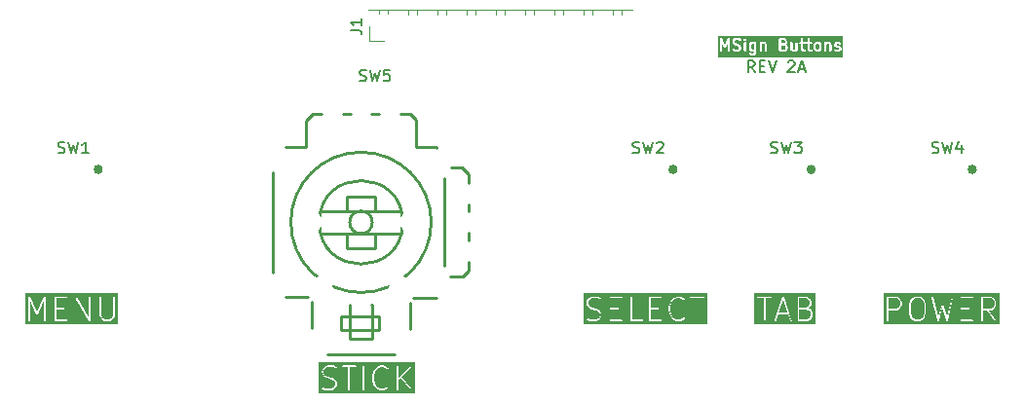
<source format=gto>
%TF.GenerationSoftware,KiCad,Pcbnew,7.0.9-7.0.9~ubuntu23.10.1*%
%TF.CreationDate,2023-12-22T14:56:40-05:00*%
%TF.ProjectId,buttons,62757474-6f6e-4732-9e6b-696361645f70,rev?*%
%TF.SameCoordinates,Original*%
%TF.FileFunction,Legend,Top*%
%TF.FilePolarity,Positive*%
%FSLAX46Y46*%
G04 Gerber Fmt 4.6, Leading zero omitted, Abs format (unit mm)*
G04 Created by KiCad (PCBNEW 7.0.9-7.0.9~ubuntu23.10.1) date 2023-12-22 14:56:40*
%MOMM*%
%LPD*%
G01*
G04 APERTURE LIST*
%ADD10C,0.200000*%
%ADD11C,0.150000*%
%ADD12C,0.400000*%
%ADD13C,0.250000*%
%ADD14C,0.120000*%
%ADD15C,1.448000*%
%ADD16C,1.600000*%
%ADD17R,1.600000X1.600000*%
%ADD18C,1.800000*%
%ADD19C,2.500000*%
%ADD20C,2.200000*%
%ADD21R,1.700000X1.700000*%
%ADD22O,1.700000X1.700000*%
G04 APERTURE END LIST*
D10*
G36*
X169969672Y-94709974D02*
G01*
X169969672Y-95157796D01*
X169950827Y-95167219D01*
X169807565Y-95167219D01*
X169747955Y-95137414D01*
X169723288Y-95112746D01*
X169693482Y-95053134D01*
X169693482Y-94814635D01*
X169723287Y-94755025D01*
X169747955Y-94730356D01*
X169807565Y-94700552D01*
X169950827Y-94700552D01*
X169969672Y-94709974D01*
G37*
G36*
X172634701Y-94878430D02*
G01*
X172654153Y-94897882D01*
X172683958Y-94957492D01*
X172683958Y-95053135D01*
X172654153Y-95112743D01*
X172629484Y-95137413D01*
X172569875Y-95167219D01*
X172312530Y-95167219D01*
X172312530Y-94843409D01*
X172529636Y-94843409D01*
X172634701Y-94878430D01*
G37*
G36*
X172581865Y-94397024D02*
G01*
X172606534Y-94421692D01*
X172636339Y-94481302D01*
X172636339Y-94529326D01*
X172606534Y-94588935D01*
X172581865Y-94613603D01*
X172522256Y-94643409D01*
X172312530Y-94643409D01*
X172312530Y-94367219D01*
X172522256Y-94367219D01*
X172581865Y-94397024D01*
G37*
G36*
X175581866Y-94730357D02*
G01*
X175606535Y-94755025D01*
X175636340Y-94814635D01*
X175636340Y-95053135D01*
X175606535Y-95112743D01*
X175581866Y-95137413D01*
X175522257Y-95167219D01*
X175426614Y-95167219D01*
X175367004Y-95137414D01*
X175342337Y-95112746D01*
X175312531Y-95053134D01*
X175312531Y-94814635D01*
X175342336Y-94755025D01*
X175367004Y-94730356D01*
X175426614Y-94700552D01*
X175522257Y-94700552D01*
X175581866Y-94730357D01*
G37*
G36*
X177693483Y-95843409D02*
G01*
X166826816Y-95843409D01*
X166826816Y-95267219D01*
X166969673Y-95267219D01*
X166988771Y-95325998D01*
X167038771Y-95362325D01*
X167100575Y-95362325D01*
X167150575Y-95325998D01*
X167169673Y-95267219D01*
X167169673Y-94717975D01*
X167312388Y-95023793D01*
X167325482Y-95037826D01*
X167334784Y-95054619D01*
X167346060Y-95059881D01*
X167354551Y-95068981D01*
X167373398Y-95072638D01*
X167390790Y-95080755D01*
X167403003Y-95078384D01*
X167415222Y-95080756D01*
X167432618Y-95072637D01*
X167451461Y-95068981D01*
X167459949Y-95059883D01*
X167471228Y-95054620D01*
X167480531Y-95037825D01*
X167493624Y-95023793D01*
X167636339Y-94717974D01*
X167636339Y-95267219D01*
X167655437Y-95325998D01*
X167705437Y-95362325D01*
X167767241Y-95362325D01*
X167817241Y-95325998D01*
X167836339Y-95267219D01*
X167836339Y-94552933D01*
X168064911Y-94552933D01*
X168072034Y-94574856D01*
X168075468Y-94597654D01*
X168123087Y-94692892D01*
X168134460Y-94704439D01*
X168141819Y-94718882D01*
X168189438Y-94766500D01*
X168203879Y-94773858D01*
X168215428Y-94785233D01*
X168310665Y-94832852D01*
X168321686Y-94834512D01*
X168331133Y-94840423D01*
X168510958Y-94885379D01*
X168581865Y-94920833D01*
X168606534Y-94945501D01*
X168636339Y-95005111D01*
X168636339Y-95053135D01*
X168606534Y-95112743D01*
X168581865Y-95137413D01*
X168522256Y-95167219D01*
X168323994Y-95167219D01*
X168196534Y-95124732D01*
X168134732Y-95124262D01*
X168084458Y-95160209D01*
X168064913Y-95218841D01*
X168083565Y-95277763D01*
X168133288Y-95314468D01*
X168276145Y-95362087D01*
X168292352Y-95362210D01*
X168307768Y-95367219D01*
X168545863Y-95367219D01*
X168567786Y-95360095D01*
X168590584Y-95356662D01*
X168685822Y-95309043D01*
X168697370Y-95297668D01*
X168711812Y-95290310D01*
X168734903Y-95267219D01*
X169064911Y-95267219D01*
X169084009Y-95325998D01*
X169134009Y-95362325D01*
X169195813Y-95362325D01*
X169245813Y-95325998D01*
X169264911Y-95267219D01*
X169264911Y-95076742D01*
X169493482Y-95076742D01*
X169500605Y-95098665D01*
X169504039Y-95121463D01*
X169551658Y-95216701D01*
X169563031Y-95228248D01*
X169570390Y-95242690D01*
X169618008Y-95290310D01*
X169632451Y-95297669D01*
X169643999Y-95309043D01*
X169739236Y-95356662D01*
X169762034Y-95360095D01*
X169783958Y-95367219D01*
X169969672Y-95367219D01*
X169969672Y-95386469D01*
X169939867Y-95446078D01*
X169915198Y-95470746D01*
X169855589Y-95500552D01*
X169759946Y-95500552D01*
X169685822Y-95463490D01*
X169624708Y-95454285D01*
X169569855Y-95482761D01*
X169542216Y-95538040D01*
X169552347Y-95599007D01*
X169596380Y-95642376D01*
X169691617Y-95689995D01*
X169714415Y-95693428D01*
X169736339Y-95700552D01*
X169879196Y-95700552D01*
X169901119Y-95693428D01*
X169923917Y-95689995D01*
X170019155Y-95642376D01*
X170030702Y-95631002D01*
X170045145Y-95623644D01*
X170092763Y-95576025D01*
X170100121Y-95561583D01*
X170111496Y-95550035D01*
X170159115Y-95454798D01*
X170162548Y-95431999D01*
X170169672Y-95410076D01*
X170169672Y-95267219D01*
X170445863Y-95267219D01*
X170464961Y-95325998D01*
X170514961Y-95362325D01*
X170576765Y-95362325D01*
X170626765Y-95325998D01*
X170645863Y-95267219D01*
X170645863Y-94737211D01*
X170652717Y-94730356D01*
X170712327Y-94700552D01*
X170807970Y-94700552D01*
X170852279Y-94722707D01*
X170874434Y-94767016D01*
X170874434Y-95267219D01*
X170893532Y-95325998D01*
X170943532Y-95362325D01*
X171005336Y-95362325D01*
X171055336Y-95325998D01*
X171074434Y-95267219D01*
X172112530Y-95267219D01*
X172117424Y-95282281D01*
X172117424Y-95298121D01*
X172126733Y-95310934D01*
X172131628Y-95325998D01*
X172144441Y-95335307D01*
X172153751Y-95348121D01*
X172168814Y-95353015D01*
X172181628Y-95362325D01*
X172197467Y-95362325D01*
X172212530Y-95367219D01*
X172593482Y-95367219D01*
X172615405Y-95360095D01*
X172638203Y-95356662D01*
X172733441Y-95309043D01*
X172744989Y-95297668D01*
X172759431Y-95290310D01*
X172807050Y-95242690D01*
X172814407Y-95228249D01*
X172825782Y-95216701D01*
X172871952Y-95124361D01*
X173112530Y-95124361D01*
X173119653Y-95146284D01*
X173123087Y-95169082D01*
X173170706Y-95264321D01*
X173171264Y-95264887D01*
X173171395Y-95265674D01*
X173192880Y-95286835D01*
X173214074Y-95308354D01*
X173214861Y-95308484D01*
X173215428Y-95309043D01*
X173310665Y-95356662D01*
X173333463Y-95360095D01*
X173355387Y-95367219D01*
X173498244Y-95367219D01*
X173520167Y-95360095D01*
X173542965Y-95356662D01*
X173578173Y-95339057D01*
X173610199Y-95362325D01*
X173672003Y-95362325D01*
X173722003Y-95325998D01*
X173741101Y-95267219D01*
X173741101Y-94631454D01*
X173879329Y-94631454D01*
X173915656Y-94681454D01*
X173974435Y-94700552D01*
X174017292Y-94700552D01*
X174017292Y-95124361D01*
X174024415Y-95146284D01*
X174027849Y-95169082D01*
X174075468Y-95264321D01*
X174076026Y-95264887D01*
X174076157Y-95265674D01*
X174097642Y-95286835D01*
X174118836Y-95308354D01*
X174119623Y-95308484D01*
X174120190Y-95309043D01*
X174215427Y-95356662D01*
X174238225Y-95360095D01*
X174260149Y-95367219D01*
X174355387Y-95367219D01*
X174414166Y-95348121D01*
X174450493Y-95298121D01*
X174450493Y-95236317D01*
X174414166Y-95186317D01*
X174355387Y-95167219D01*
X174283756Y-95167219D01*
X174239446Y-95145064D01*
X174217292Y-95100754D01*
X174217292Y-94700552D01*
X174355387Y-94700552D01*
X174414166Y-94681454D01*
X174450493Y-94631454D01*
X174450758Y-94631454D01*
X174487085Y-94681454D01*
X174545864Y-94700552D01*
X174588721Y-94700552D01*
X174588721Y-95124361D01*
X174595844Y-95146284D01*
X174599278Y-95169082D01*
X174646897Y-95264321D01*
X174647455Y-95264887D01*
X174647586Y-95265674D01*
X174669071Y-95286835D01*
X174690265Y-95308354D01*
X174691052Y-95308484D01*
X174691619Y-95309043D01*
X174786856Y-95356662D01*
X174809654Y-95360095D01*
X174831578Y-95367219D01*
X174926816Y-95367219D01*
X174985595Y-95348121D01*
X175021922Y-95298121D01*
X175021922Y-95236317D01*
X174985595Y-95186317D01*
X174926816Y-95167219D01*
X174855185Y-95167219D01*
X174810875Y-95145064D01*
X174788721Y-95100754D01*
X174788721Y-95076742D01*
X175112531Y-95076742D01*
X175119654Y-95098665D01*
X175123088Y-95121463D01*
X175170707Y-95216701D01*
X175182080Y-95228248D01*
X175189439Y-95242690D01*
X175237057Y-95290310D01*
X175251500Y-95297669D01*
X175263048Y-95309043D01*
X175358285Y-95356662D01*
X175381083Y-95360095D01*
X175403007Y-95367219D01*
X175545864Y-95367219D01*
X175567787Y-95360095D01*
X175590585Y-95356662D01*
X175685823Y-95309043D01*
X175697371Y-95297668D01*
X175711813Y-95290310D01*
X175734904Y-95267219D01*
X176064912Y-95267219D01*
X176084010Y-95325998D01*
X176134010Y-95362325D01*
X176195814Y-95362325D01*
X176245814Y-95325998D01*
X176264912Y-95267219D01*
X176264912Y-94737211D01*
X176271766Y-94730356D01*
X176331376Y-94700552D01*
X176427019Y-94700552D01*
X176471328Y-94722707D01*
X176493483Y-94767016D01*
X176493483Y-95267219D01*
X176512581Y-95325998D01*
X176562581Y-95362325D01*
X176624385Y-95362325D01*
X176674385Y-95325998D01*
X176693483Y-95267219D01*
X176693483Y-94791028D01*
X176922055Y-94791028D01*
X176929178Y-94812951D01*
X176932612Y-94835749D01*
X176980231Y-94930987D01*
X176980789Y-94931553D01*
X176980920Y-94932340D01*
X177002422Y-94953517D01*
X177023600Y-94975020D01*
X177024386Y-94975150D01*
X177024953Y-94975709D01*
X177120190Y-95023328D01*
X177142988Y-95026761D01*
X177164912Y-95033885D01*
X177284162Y-95033885D01*
X177328471Y-95056040D01*
X177350626Y-95100349D01*
X177350626Y-95100754D01*
X177328471Y-95145063D01*
X177284162Y-95167219D01*
X177140900Y-95167219D01*
X177066776Y-95130157D01*
X177005662Y-95120952D01*
X176950809Y-95149428D01*
X176923170Y-95204707D01*
X176933301Y-95265674D01*
X176977334Y-95309043D01*
X177072571Y-95356662D01*
X177095369Y-95360095D01*
X177117293Y-95367219D01*
X177307769Y-95367219D01*
X177329692Y-95360095D01*
X177352490Y-95356662D01*
X177447728Y-95309043D01*
X177448294Y-95308484D01*
X177449082Y-95308354D01*
X177470275Y-95286835D01*
X177491761Y-95265674D01*
X177491891Y-95264887D01*
X177492450Y-95264321D01*
X177540069Y-95169082D01*
X177543502Y-95146284D01*
X177550626Y-95124361D01*
X177550626Y-95076742D01*
X177543502Y-95054818D01*
X177540069Y-95032020D01*
X177492450Y-94936783D01*
X177491891Y-94936216D01*
X177491761Y-94935430D01*
X177470258Y-94914252D01*
X177449081Y-94892750D01*
X177448294Y-94892619D01*
X177447728Y-94892061D01*
X177352490Y-94844442D01*
X177329692Y-94841008D01*
X177307769Y-94833885D01*
X177188519Y-94833885D01*
X177144210Y-94811730D01*
X177122055Y-94767420D01*
X177122055Y-94767016D01*
X177144210Y-94722706D01*
X177188519Y-94700552D01*
X177284162Y-94700552D01*
X177358285Y-94737614D01*
X177419400Y-94746819D01*
X177474252Y-94718343D01*
X177501892Y-94663064D01*
X177491761Y-94602097D01*
X177447728Y-94558728D01*
X177352490Y-94511109D01*
X177329692Y-94507675D01*
X177307769Y-94500552D01*
X177164912Y-94500552D01*
X177142988Y-94507675D01*
X177120190Y-94511109D01*
X177024953Y-94558728D01*
X177024386Y-94559286D01*
X177023600Y-94559417D01*
X177002422Y-94580919D01*
X176980920Y-94602097D01*
X176980789Y-94602883D01*
X176980231Y-94603450D01*
X176932612Y-94698688D01*
X176929178Y-94721485D01*
X176922055Y-94743409D01*
X176922055Y-94791028D01*
X176693483Y-94791028D01*
X176693483Y-94743409D01*
X176686359Y-94721485D01*
X176682926Y-94698687D01*
X176635307Y-94603450D01*
X176634748Y-94602883D01*
X176634618Y-94602097D01*
X176613115Y-94580919D01*
X176591938Y-94559417D01*
X176591151Y-94559286D01*
X176590585Y-94558728D01*
X176495347Y-94511109D01*
X176472549Y-94507675D01*
X176450626Y-94500552D01*
X176307769Y-94500552D01*
X176285845Y-94507675D01*
X176263047Y-94511109D01*
X176227838Y-94528713D01*
X176195814Y-94505446D01*
X176134010Y-94505446D01*
X176084010Y-94541773D01*
X176064912Y-94600552D01*
X176064912Y-95267219D01*
X175734904Y-95267219D01*
X175759432Y-95242690D01*
X175766789Y-95228249D01*
X175778164Y-95216701D01*
X175825783Y-95121464D01*
X175829216Y-95098665D01*
X175836340Y-95076742D01*
X175836340Y-94791028D01*
X175829216Y-94769104D01*
X175825783Y-94746306D01*
X175778164Y-94651069D01*
X175766789Y-94639520D01*
X175759431Y-94625079D01*
X175711813Y-94577460D01*
X175697370Y-94570101D01*
X175685823Y-94558728D01*
X175590585Y-94511109D01*
X175567787Y-94507675D01*
X175545864Y-94500552D01*
X175403007Y-94500552D01*
X175381083Y-94507675D01*
X175358285Y-94511109D01*
X175263048Y-94558728D01*
X175251499Y-94570102D01*
X175237058Y-94577461D01*
X175189439Y-94625079D01*
X175182080Y-94639521D01*
X175170707Y-94651069D01*
X175123088Y-94746307D01*
X175119654Y-94769104D01*
X175112531Y-94791028D01*
X175112531Y-95076742D01*
X174788721Y-95076742D01*
X174788721Y-94700552D01*
X174926816Y-94700552D01*
X174985595Y-94681454D01*
X175021922Y-94631454D01*
X175021922Y-94569650D01*
X174985595Y-94519650D01*
X174926816Y-94500552D01*
X174788721Y-94500552D01*
X174788721Y-94267219D01*
X174769623Y-94208440D01*
X174719623Y-94172113D01*
X174657819Y-94172113D01*
X174607819Y-94208440D01*
X174588721Y-94267219D01*
X174588721Y-94500552D01*
X174545864Y-94500552D01*
X174487085Y-94519650D01*
X174450758Y-94569650D01*
X174450758Y-94631454D01*
X174450493Y-94631454D01*
X174450493Y-94569650D01*
X174414166Y-94519650D01*
X174355387Y-94500552D01*
X174217292Y-94500552D01*
X174217292Y-94267219D01*
X174198194Y-94208440D01*
X174148194Y-94172113D01*
X174086390Y-94172113D01*
X174036390Y-94208440D01*
X174017292Y-94267219D01*
X174017292Y-94500552D01*
X173974435Y-94500552D01*
X173915656Y-94519650D01*
X173879329Y-94569650D01*
X173879329Y-94631454D01*
X173741101Y-94631454D01*
X173741101Y-94600552D01*
X173722003Y-94541773D01*
X173672003Y-94505446D01*
X173610199Y-94505446D01*
X173560199Y-94541773D01*
X173541101Y-94600552D01*
X173541101Y-95130559D01*
X173534246Y-95137413D01*
X173474637Y-95167219D01*
X173378994Y-95167219D01*
X173334684Y-95145064D01*
X173312530Y-95100754D01*
X173312530Y-94600552D01*
X173293432Y-94541773D01*
X173243432Y-94505446D01*
X173181628Y-94505446D01*
X173131628Y-94541773D01*
X173112530Y-94600552D01*
X173112530Y-95124361D01*
X172871952Y-95124361D01*
X172873401Y-95121464D01*
X172876834Y-95098665D01*
X172883958Y-95076742D01*
X172883958Y-94933885D01*
X172876834Y-94911961D01*
X172873401Y-94889163D01*
X172825782Y-94793926D01*
X172814407Y-94782377D01*
X172807049Y-94767936D01*
X172759431Y-94720317D01*
X172758479Y-94719832D01*
X172759430Y-94718882D01*
X172766788Y-94704440D01*
X172778163Y-94692892D01*
X172825782Y-94597655D01*
X172829215Y-94574856D01*
X172836339Y-94552933D01*
X172836339Y-94457695D01*
X172829215Y-94435771D01*
X172825782Y-94412973D01*
X172778163Y-94317736D01*
X172766788Y-94306187D01*
X172759430Y-94291746D01*
X172711812Y-94244127D01*
X172697369Y-94236768D01*
X172685822Y-94225395D01*
X172590584Y-94177776D01*
X172567786Y-94174342D01*
X172545863Y-94167219D01*
X172212530Y-94167219D01*
X172197467Y-94172113D01*
X172181628Y-94172113D01*
X172168814Y-94181422D01*
X172153751Y-94186317D01*
X172144441Y-94199130D01*
X172131628Y-94208440D01*
X172126733Y-94223503D01*
X172117424Y-94236317D01*
X172117424Y-94252156D01*
X172112530Y-94267219D01*
X172112530Y-95267219D01*
X171074434Y-95267219D01*
X171074434Y-94743409D01*
X171067310Y-94721485D01*
X171063877Y-94698687D01*
X171016258Y-94603450D01*
X171015699Y-94602883D01*
X171015569Y-94602097D01*
X170994066Y-94580919D01*
X170972889Y-94559417D01*
X170972102Y-94559286D01*
X170971536Y-94558728D01*
X170876298Y-94511109D01*
X170853500Y-94507675D01*
X170831577Y-94500552D01*
X170688720Y-94500552D01*
X170666796Y-94507675D01*
X170643998Y-94511109D01*
X170608789Y-94528713D01*
X170576765Y-94505446D01*
X170514961Y-94505446D01*
X170464961Y-94541773D01*
X170445863Y-94600552D01*
X170445863Y-95267219D01*
X170169672Y-95267219D01*
X170169672Y-94600552D01*
X170150574Y-94541773D01*
X170100574Y-94505446D01*
X170038770Y-94505446D01*
X170026156Y-94514609D01*
X170019155Y-94511109D01*
X169996357Y-94507675D01*
X169974434Y-94500552D01*
X169783958Y-94500552D01*
X169762034Y-94507675D01*
X169739236Y-94511109D01*
X169643999Y-94558728D01*
X169632450Y-94570102D01*
X169618009Y-94577461D01*
X169570390Y-94625079D01*
X169563031Y-94639521D01*
X169551658Y-94651069D01*
X169504039Y-94746307D01*
X169500605Y-94769104D01*
X169493482Y-94791028D01*
X169493482Y-95076742D01*
X169264911Y-95076742D01*
X169264911Y-94600552D01*
X169245813Y-94541773D01*
X169195813Y-94505446D01*
X169134009Y-94505446D01*
X169084009Y-94541773D01*
X169064911Y-94600552D01*
X169064911Y-95267219D01*
X168734903Y-95267219D01*
X168759431Y-95242690D01*
X168766788Y-95228249D01*
X168778163Y-95216701D01*
X168825782Y-95121464D01*
X168829215Y-95098665D01*
X168836339Y-95076742D01*
X168836339Y-94981504D01*
X168829215Y-94959580D01*
X168825782Y-94936782D01*
X168778163Y-94841545D01*
X168766788Y-94829996D01*
X168759430Y-94815555D01*
X168711812Y-94767936D01*
X168697369Y-94760577D01*
X168685822Y-94749204D01*
X168590584Y-94701585D01*
X168579562Y-94699924D01*
X168570116Y-94694014D01*
X168390291Y-94649057D01*
X168319384Y-94613604D01*
X168294716Y-94588935D01*
X168264911Y-94529325D01*
X168264911Y-94481302D01*
X168294716Y-94421692D01*
X168319384Y-94397023D01*
X168378994Y-94367219D01*
X168577255Y-94367219D01*
X168704716Y-94409706D01*
X168766518Y-94410176D01*
X168816792Y-94374229D01*
X168831375Y-94330481D01*
X169018523Y-94330481D01*
X169025713Y-94344592D01*
X169028191Y-94360237D01*
X169039390Y-94371436D01*
X169046581Y-94385549D01*
X169094200Y-94433167D01*
X169108311Y-94440357D01*
X169119512Y-94451558D01*
X169127481Y-94452820D01*
X169134009Y-94457563D01*
X169142078Y-94457563D01*
X169149267Y-94461226D01*
X169164910Y-94458748D01*
X169180554Y-94461226D01*
X169187743Y-94457563D01*
X169195813Y-94457563D01*
X169202341Y-94452820D01*
X169210310Y-94451558D01*
X169221509Y-94440358D01*
X169235622Y-94433168D01*
X169283240Y-94385549D01*
X169290430Y-94371437D01*
X169301631Y-94360237D01*
X169304108Y-94344593D01*
X169311299Y-94330482D01*
X169308821Y-94314838D01*
X169311299Y-94299194D01*
X169304108Y-94285082D01*
X169301631Y-94269439D01*
X169290430Y-94258238D01*
X169283240Y-94244127D01*
X169235622Y-94196508D01*
X169221509Y-94189317D01*
X169210310Y-94178118D01*
X169202341Y-94176855D01*
X169195813Y-94172113D01*
X169187743Y-94172113D01*
X169180554Y-94168450D01*
X169164910Y-94170927D01*
X169149267Y-94168450D01*
X169142078Y-94172113D01*
X169134009Y-94172113D01*
X169127481Y-94176855D01*
X169119512Y-94178118D01*
X169108311Y-94189318D01*
X169094200Y-94196509D01*
X169046581Y-94244127D01*
X169039390Y-94258239D01*
X169028191Y-94269439D01*
X169025713Y-94285083D01*
X169018523Y-94299195D01*
X169021000Y-94314838D01*
X169018523Y-94330481D01*
X168831375Y-94330481D01*
X168836336Y-94315597D01*
X168817685Y-94256675D01*
X168767961Y-94219970D01*
X168625105Y-94172351D01*
X168608897Y-94172227D01*
X168593482Y-94167219D01*
X168355387Y-94167219D01*
X168333463Y-94174342D01*
X168310665Y-94177776D01*
X168215428Y-94225395D01*
X168203879Y-94236769D01*
X168189438Y-94244128D01*
X168141819Y-94291746D01*
X168134460Y-94306188D01*
X168123087Y-94317736D01*
X168075468Y-94412974D01*
X168072034Y-94435771D01*
X168064911Y-94457695D01*
X168064911Y-94552933D01*
X167836339Y-94552933D01*
X167836339Y-94267219D01*
X167833310Y-94257896D01*
X167834508Y-94248166D01*
X167823963Y-94229129D01*
X167817241Y-94208440D01*
X167809311Y-94202678D01*
X167804561Y-94194103D01*
X167784842Y-94184900D01*
X167767241Y-94172113D01*
X167757439Y-94172113D01*
X167748555Y-94167967D01*
X167727193Y-94172113D01*
X167705437Y-94172113D01*
X167697507Y-94177874D01*
X167687884Y-94179742D01*
X167673040Y-94195650D01*
X167655437Y-94208440D01*
X167652407Y-94217763D01*
X167645721Y-94224930D01*
X167403005Y-94745033D01*
X167160291Y-94224930D01*
X167153604Y-94217763D01*
X167150575Y-94208440D01*
X167132971Y-94195650D01*
X167118128Y-94179742D01*
X167108505Y-94177874D01*
X167100575Y-94172113D01*
X167078816Y-94172113D01*
X167057457Y-94167968D01*
X167048575Y-94172113D01*
X167038771Y-94172113D01*
X167021166Y-94184903D01*
X167001451Y-94194104D01*
X166996701Y-94202678D01*
X166988771Y-94208440D01*
X166982047Y-94229132D01*
X166971504Y-94248167D01*
X166972701Y-94257897D01*
X166969673Y-94267219D01*
X166969673Y-95267219D01*
X166826816Y-95267219D01*
X166826816Y-94024362D01*
X177693483Y-94024362D01*
X177693483Y-95843409D01*
G37*
D11*
G36*
X165934450Y-119108152D02*
G01*
X155118922Y-119108152D01*
X155118922Y-117318866D01*
X155404636Y-117318866D01*
X155406169Y-117323079D01*
X155405128Y-117327440D01*
X155412554Y-117352407D01*
X155507792Y-117542883D01*
X155508981Y-117544009D01*
X155521841Y-117562375D01*
X155617079Y-117657613D01*
X155618563Y-117658305D01*
X155636571Y-117671662D01*
X155827047Y-117766901D01*
X155830575Y-117767307D01*
X155842398Y-117772580D01*
X156215365Y-117865821D01*
X156387590Y-117951934D01*
X156465616Y-118029960D01*
X156547493Y-118193714D01*
X156547493Y-118348780D01*
X156465615Y-118512534D01*
X156387589Y-118590561D01*
X156223836Y-118672438D01*
X155777520Y-118672438D01*
X155503353Y-118581049D01*
X155452069Y-118582450D01*
X155413684Y-118616487D01*
X155406159Y-118667236D01*
X155433014Y-118710948D01*
X155455919Y-118723351D01*
X155741633Y-118818589D01*
X155743267Y-118818544D01*
X155765350Y-118822438D01*
X156241541Y-118822438D01*
X156245754Y-118820904D01*
X156250115Y-118821946D01*
X156275082Y-118814520D01*
X156409246Y-118747438D01*
X157404636Y-118747438D01*
X157411299Y-118765746D01*
X157414684Y-118784938D01*
X157419868Y-118789288D01*
X157422183Y-118795647D01*
X157439056Y-118805389D01*
X157453984Y-118817915D01*
X157463726Y-118819632D01*
X157466612Y-118821299D01*
X157469894Y-118820720D01*
X157479636Y-118822438D01*
X158432017Y-118822438D01*
X158480226Y-118804891D01*
X158505878Y-118760462D01*
X158503581Y-118747438D01*
X159214160Y-118747438D01*
X159220823Y-118765746D01*
X159224208Y-118784938D01*
X159229392Y-118789288D01*
X159231707Y-118795647D01*
X159248580Y-118805389D01*
X159263508Y-118817915D01*
X159273250Y-118819632D01*
X159276136Y-118821299D01*
X159279418Y-118820720D01*
X159289160Y-118822438D01*
X160241541Y-118822438D01*
X160289750Y-118804891D01*
X160315402Y-118760462D01*
X160313105Y-118747438D01*
X160833208Y-118747438D01*
X160839871Y-118765746D01*
X160843256Y-118784938D01*
X160848440Y-118789288D01*
X160850755Y-118795647D01*
X160867628Y-118805389D01*
X160882556Y-118817915D01*
X160892298Y-118819632D01*
X160895184Y-118821299D01*
X160898466Y-118820720D01*
X160908208Y-118822438D01*
X161860589Y-118822438D01*
X161908798Y-118804891D01*
X161934450Y-118760462D01*
X161925541Y-118709938D01*
X161886241Y-118676961D01*
X161860589Y-118672438D01*
X160983208Y-118672438D01*
X160983208Y-117890295D01*
X162547494Y-117890295D01*
X162548679Y-117893552D01*
X162549733Y-117908485D01*
X162644971Y-118289437D01*
X162646959Y-118292381D01*
X162650650Y-118304788D01*
X162745888Y-118495264D01*
X162747074Y-118496387D01*
X162759937Y-118514756D01*
X162950413Y-118705233D01*
X162954476Y-118707127D01*
X162956824Y-118710949D01*
X162979729Y-118723351D01*
X163265444Y-118818589D01*
X163267078Y-118818544D01*
X163289161Y-118822438D01*
X163479637Y-118822438D01*
X163481175Y-118821877D01*
X163503354Y-118818589D01*
X163789068Y-118723351D01*
X163792580Y-118720563D01*
X163797047Y-118720173D01*
X163818384Y-118705233D01*
X163913623Y-118609993D01*
X163935304Y-118563497D01*
X163922026Y-118513942D01*
X163880000Y-118484516D01*
X163828893Y-118488987D01*
X163807556Y-118503928D01*
X163724836Y-118586648D01*
X163467467Y-118672438D01*
X163301331Y-118672438D01*
X163043960Y-118586648D01*
X162874609Y-118417296D01*
X162788496Y-118245071D01*
X162697494Y-117881061D01*
X162697494Y-117613814D01*
X162788496Y-117249804D01*
X162874609Y-117077579D01*
X163043959Y-116908228D01*
X163301331Y-116822438D01*
X163467467Y-116822438D01*
X163724837Y-116908228D01*
X163807556Y-116990947D01*
X163854053Y-117012628D01*
X163903607Y-116999351D01*
X163933034Y-116957326D01*
X163928563Y-116906218D01*
X163913622Y-116884881D01*
X163818384Y-116789643D01*
X163814319Y-116787747D01*
X163811973Y-116783928D01*
X163789068Y-116771525D01*
X163677735Y-116734414D01*
X164358157Y-116734414D01*
X164367066Y-116784938D01*
X164406366Y-116817915D01*
X164432018Y-116822438D01*
X164928446Y-116822438D01*
X164928446Y-118747438D01*
X164945993Y-118795647D01*
X164990422Y-118821299D01*
X165040946Y-118812390D01*
X165073923Y-118773090D01*
X165078446Y-118747438D01*
X165078446Y-116822438D01*
X165574875Y-116822438D01*
X165623084Y-116804891D01*
X165648736Y-116760462D01*
X165639827Y-116709938D01*
X165600527Y-116676961D01*
X165574875Y-116672438D01*
X164432018Y-116672438D01*
X164383809Y-116689985D01*
X164358157Y-116734414D01*
X163677735Y-116734414D01*
X163503354Y-116676287D01*
X163501719Y-116676331D01*
X163479637Y-116672438D01*
X163289161Y-116672438D01*
X163287622Y-116672998D01*
X163265444Y-116676287D01*
X162979729Y-116771525D01*
X162976218Y-116774311D01*
X162971750Y-116774702D01*
X162950413Y-116789643D01*
X162759937Y-116980119D01*
X162759244Y-116981603D01*
X162745888Y-116999611D01*
X162650650Y-117190087D01*
X162650243Y-117193615D01*
X162644971Y-117205438D01*
X162549733Y-117586390D01*
X162550093Y-117589838D01*
X162547494Y-117604580D01*
X162547494Y-117890295D01*
X160983208Y-117890295D01*
X160983208Y-117774819D01*
X161574875Y-117774819D01*
X161623084Y-117757272D01*
X161648736Y-117712843D01*
X161639827Y-117662319D01*
X161600527Y-117629342D01*
X161574875Y-117624819D01*
X160983208Y-117624819D01*
X160983208Y-116822438D01*
X161860589Y-116822438D01*
X161908798Y-116804891D01*
X161934450Y-116760462D01*
X161925541Y-116709938D01*
X161886241Y-116676961D01*
X161860589Y-116672438D01*
X160908208Y-116672438D01*
X160889899Y-116679101D01*
X160870708Y-116682486D01*
X160866357Y-116687670D01*
X160859999Y-116689985D01*
X160850256Y-116706858D01*
X160837731Y-116721786D01*
X160836013Y-116731528D01*
X160834347Y-116734414D01*
X160834925Y-116737696D01*
X160833208Y-116747438D01*
X160833208Y-118747438D01*
X160313105Y-118747438D01*
X160306493Y-118709938D01*
X160267193Y-118676961D01*
X160241541Y-118672438D01*
X159364160Y-118672438D01*
X159364160Y-116747438D01*
X159346613Y-116699229D01*
X159302184Y-116673577D01*
X159251660Y-116682486D01*
X159218683Y-116721786D01*
X159214160Y-116747438D01*
X159214160Y-118747438D01*
X158503581Y-118747438D01*
X158496969Y-118709938D01*
X158457669Y-118676961D01*
X158432017Y-118672438D01*
X157554636Y-118672438D01*
X157554636Y-117774819D01*
X158146303Y-117774819D01*
X158194512Y-117757272D01*
X158220164Y-117712843D01*
X158211255Y-117662319D01*
X158171955Y-117629342D01*
X158146303Y-117624819D01*
X157554636Y-117624819D01*
X157554636Y-116822438D01*
X158432017Y-116822438D01*
X158480226Y-116804891D01*
X158505878Y-116760462D01*
X158496969Y-116709938D01*
X158457669Y-116676961D01*
X158432017Y-116672438D01*
X157479636Y-116672438D01*
X157461327Y-116679101D01*
X157442136Y-116682486D01*
X157437785Y-116687670D01*
X157431427Y-116689985D01*
X157421684Y-116706858D01*
X157409159Y-116721786D01*
X157407441Y-116731528D01*
X157405775Y-116734414D01*
X157406353Y-116737696D01*
X157404636Y-116747438D01*
X157404636Y-118747438D01*
X156409246Y-118747438D01*
X156465558Y-118719282D01*
X156466684Y-118718092D01*
X156485050Y-118705233D01*
X156580289Y-118609993D01*
X156580980Y-118608510D01*
X156594337Y-118590502D01*
X156689575Y-118400026D01*
X156690087Y-118395572D01*
X156692970Y-118392137D01*
X156697493Y-118366485D01*
X156697493Y-118176009D01*
X156695959Y-118171797D01*
X156697002Y-118167435D01*
X156689575Y-118142468D01*
X156594337Y-117951992D01*
X156593150Y-117950868D01*
X156580288Y-117932500D01*
X156485050Y-117837262D01*
X156483565Y-117836569D01*
X156465558Y-117823213D01*
X156275082Y-117727975D01*
X156271553Y-117727568D01*
X156259731Y-117722296D01*
X155886764Y-117629054D01*
X155714539Y-117542941D01*
X155636513Y-117464915D01*
X155554636Y-117301161D01*
X155554636Y-117146095D01*
X155636513Y-116982341D01*
X155714539Y-116904315D01*
X155878293Y-116822438D01*
X156324609Y-116822438D01*
X156598776Y-116913827D01*
X156650060Y-116912426D01*
X156688445Y-116878389D01*
X156695970Y-116827640D01*
X156669115Y-116783928D01*
X156646210Y-116771525D01*
X156360496Y-116676287D01*
X156358861Y-116676331D01*
X156336779Y-116672438D01*
X155860588Y-116672438D01*
X155856376Y-116673971D01*
X155852014Y-116672929D01*
X155827047Y-116680356D01*
X155636571Y-116775594D01*
X155635447Y-116776780D01*
X155617079Y-116789643D01*
X155521841Y-116884881D01*
X155521148Y-116886365D01*
X155507792Y-116904373D01*
X155412554Y-117094849D01*
X155412041Y-117099302D01*
X155409159Y-117102738D01*
X155404636Y-117128390D01*
X155404636Y-117318866D01*
X155118922Y-117318866D01*
X155118922Y-116386724D01*
X165934450Y-116386724D01*
X165934450Y-119108152D01*
G37*
G36*
X174724837Y-117860609D02*
G01*
X174798950Y-117934722D01*
X174880827Y-118098476D01*
X174880827Y-118348780D01*
X174798949Y-118512534D01*
X174720923Y-118590561D01*
X174557170Y-118672438D01*
X173887970Y-118672438D01*
X173887970Y-117774819D01*
X174467467Y-117774819D01*
X174724837Y-117860609D01*
G37*
G36*
X174625686Y-116904315D02*
G01*
X174703712Y-116982341D01*
X174785589Y-117146095D01*
X174785589Y-117301161D01*
X174703712Y-117464915D01*
X174625685Y-117542941D01*
X174461932Y-117624819D01*
X173887970Y-117624819D01*
X173887970Y-116822438D01*
X174461932Y-116822438D01*
X174625686Y-116904315D01*
G37*
G36*
X172851770Y-118101009D02*
G01*
X172107503Y-118101009D01*
X172479636Y-116984608D01*
X172851770Y-118101009D01*
G37*
G36*
X175316541Y-119108152D02*
G01*
X169929585Y-119108152D01*
X169929585Y-116734414D01*
X170215299Y-116734414D01*
X170224208Y-116784938D01*
X170263508Y-116817915D01*
X170289160Y-116822438D01*
X170785588Y-116822438D01*
X170785588Y-118747438D01*
X170803135Y-118795647D01*
X170847564Y-118821299D01*
X170898088Y-118812390D01*
X170931065Y-118773090D01*
X170935588Y-118747438D01*
X170935588Y-118723721D01*
X171741819Y-118723721D01*
X171743220Y-118775005D01*
X171777257Y-118813390D01*
X171828006Y-118820915D01*
X171871718Y-118794060D01*
X171884121Y-118771155D01*
X172057503Y-118251009D01*
X172901770Y-118251009D01*
X173075152Y-118771155D01*
X173107043Y-118811341D01*
X173157304Y-118821627D01*
X173202418Y-118797198D01*
X173221275Y-118749487D01*
X173220971Y-118747438D01*
X173737970Y-118747438D01*
X173744633Y-118765746D01*
X173748018Y-118784938D01*
X173753202Y-118789288D01*
X173755517Y-118795647D01*
X173772390Y-118805389D01*
X173787318Y-118817915D01*
X173797060Y-118819632D01*
X173799946Y-118821299D01*
X173803228Y-118820720D01*
X173812970Y-118822438D01*
X174574875Y-118822438D01*
X174579088Y-118820904D01*
X174583449Y-118821946D01*
X174608416Y-118814520D01*
X174798892Y-118719282D01*
X174800018Y-118718092D01*
X174818384Y-118705233D01*
X174913623Y-118609993D01*
X174914314Y-118608510D01*
X174927671Y-118590502D01*
X175022909Y-118400026D01*
X175023421Y-118395572D01*
X175026304Y-118392137D01*
X175030827Y-118366485D01*
X175030827Y-118080771D01*
X175029293Y-118076559D01*
X175030336Y-118072197D01*
X175022909Y-118047230D01*
X174927671Y-117856754D01*
X174926484Y-117855630D01*
X174913622Y-117837262D01*
X174818384Y-117742024D01*
X174814319Y-117740128D01*
X174811973Y-117736309D01*
X174789068Y-117723906D01*
X174675126Y-117685925D01*
X174703654Y-117671662D01*
X174704779Y-117670472D01*
X174723146Y-117657613D01*
X174818384Y-117562375D01*
X174819074Y-117560893D01*
X174832433Y-117542883D01*
X174927671Y-117352407D01*
X174928183Y-117347953D01*
X174931066Y-117344518D01*
X174935589Y-117318866D01*
X174935589Y-117128390D01*
X174934055Y-117124178D01*
X174935098Y-117119816D01*
X174927671Y-117094849D01*
X174832433Y-116904373D01*
X174831246Y-116903249D01*
X174818384Y-116884881D01*
X174723146Y-116789643D01*
X174721661Y-116788950D01*
X174703654Y-116775594D01*
X174513178Y-116680356D01*
X174508724Y-116679843D01*
X174505289Y-116676961D01*
X174479637Y-116672438D01*
X173812970Y-116672438D01*
X173794661Y-116679101D01*
X173775470Y-116682486D01*
X173771119Y-116687670D01*
X173764761Y-116689985D01*
X173755018Y-116706858D01*
X173742493Y-116721786D01*
X173740775Y-116731528D01*
X173739109Y-116734414D01*
X173739687Y-116737696D01*
X173737970Y-116747438D01*
X173737970Y-118747438D01*
X173220971Y-118747438D01*
X173217454Y-118723721D01*
X172550787Y-116723721D01*
X172549444Y-116722029D01*
X172549386Y-116719871D01*
X172533636Y-116702109D01*
X172518896Y-116683535D01*
X172516782Y-116683102D01*
X172515349Y-116681486D01*
X172491870Y-116678004D01*
X172468635Y-116673249D01*
X172466736Y-116674276D01*
X172464600Y-116673960D01*
X172444378Y-116686383D01*
X172423521Y-116697678D01*
X172422727Y-116699685D01*
X172420888Y-116700816D01*
X172408485Y-116723721D01*
X171741819Y-118723721D01*
X170935588Y-118723721D01*
X170935588Y-116822438D01*
X171432017Y-116822438D01*
X171480226Y-116804891D01*
X171505878Y-116760462D01*
X171496969Y-116709938D01*
X171457669Y-116676961D01*
X171432017Y-116672438D01*
X170289160Y-116672438D01*
X170240951Y-116689985D01*
X170215299Y-116734414D01*
X169929585Y-116734414D01*
X169929585Y-116386724D01*
X175316541Y-116386724D01*
X175316541Y-119108152D01*
G37*
X170008207Y-97169819D02*
X169674874Y-96693628D01*
X169436779Y-97169819D02*
X169436779Y-96169819D01*
X169436779Y-96169819D02*
X169817731Y-96169819D01*
X169817731Y-96169819D02*
X169912969Y-96217438D01*
X169912969Y-96217438D02*
X169960588Y-96265057D01*
X169960588Y-96265057D02*
X170008207Y-96360295D01*
X170008207Y-96360295D02*
X170008207Y-96503152D01*
X170008207Y-96503152D02*
X169960588Y-96598390D01*
X169960588Y-96598390D02*
X169912969Y-96646009D01*
X169912969Y-96646009D02*
X169817731Y-96693628D01*
X169817731Y-96693628D02*
X169436779Y-96693628D01*
X170436779Y-96646009D02*
X170770112Y-96646009D01*
X170912969Y-97169819D02*
X170436779Y-97169819D01*
X170436779Y-97169819D02*
X170436779Y-96169819D01*
X170436779Y-96169819D02*
X170912969Y-96169819D01*
X171198684Y-96169819D02*
X171532017Y-97169819D01*
X171532017Y-97169819D02*
X171865350Y-96169819D01*
X172912970Y-96265057D02*
X172960589Y-96217438D01*
X172960589Y-96217438D02*
X173055827Y-96169819D01*
X173055827Y-96169819D02*
X173293922Y-96169819D01*
X173293922Y-96169819D02*
X173389160Y-96217438D01*
X173389160Y-96217438D02*
X173436779Y-96265057D01*
X173436779Y-96265057D02*
X173484398Y-96360295D01*
X173484398Y-96360295D02*
X173484398Y-96455533D01*
X173484398Y-96455533D02*
X173436779Y-96598390D01*
X173436779Y-96598390D02*
X172865351Y-97169819D01*
X172865351Y-97169819D02*
X173484398Y-97169819D01*
X173865351Y-96884104D02*
X174341541Y-96884104D01*
X173770113Y-97169819D02*
X174103446Y-96169819D01*
X174103446Y-96169819D02*
X174436779Y-97169819D01*
G36*
X114676973Y-119108152D02*
G01*
X106622212Y-119108152D01*
X106622212Y-118747438D01*
X106907926Y-118747438D01*
X106925473Y-118795647D01*
X106969902Y-118821299D01*
X107020426Y-118812390D01*
X107053403Y-118773090D01*
X107057926Y-118747438D01*
X107057926Y-117085505D01*
X107581629Y-118207726D01*
X107595395Y-118221484D01*
X107606556Y-118237433D01*
X107613115Y-118239192D01*
X107617917Y-118243991D01*
X107637304Y-118245681D01*
X107656108Y-118250726D01*
X107662262Y-118247858D01*
X107669026Y-118248448D01*
X107684966Y-118237279D01*
X107702610Y-118229058D01*
X107708309Y-118220923D01*
X107711042Y-118219009D01*
X107711901Y-118215796D01*
X107717557Y-118207725D01*
X108241259Y-117085506D01*
X108241259Y-118747438D01*
X108258806Y-118795647D01*
X108303235Y-118821299D01*
X108353759Y-118812390D01*
X108386736Y-118773090D01*
X108391259Y-118747438D01*
X109193640Y-118747438D01*
X109200303Y-118765746D01*
X109203688Y-118784938D01*
X109208872Y-118789288D01*
X109211187Y-118795647D01*
X109228060Y-118805389D01*
X109242988Y-118817915D01*
X109252730Y-118819632D01*
X109255616Y-118821299D01*
X109258898Y-118820720D01*
X109268640Y-118822438D01*
X110221021Y-118822438D01*
X110269230Y-118804891D01*
X110294882Y-118760462D01*
X110292585Y-118747438D01*
X111003164Y-118747438D01*
X111020711Y-118795647D01*
X111065140Y-118821299D01*
X111115664Y-118812390D01*
X111148641Y-118773090D01*
X111153164Y-118747438D01*
X111153164Y-117029854D01*
X112155903Y-118784648D01*
X112161195Y-118789129D01*
X112163568Y-118795647D01*
X112180307Y-118805311D01*
X112195056Y-118817800D01*
X112201990Y-118817830D01*
X112207997Y-118821299D01*
X112227030Y-118817942D01*
X112246358Y-118818029D01*
X112251691Y-118813594D01*
X112258521Y-118812390D01*
X112270945Y-118797583D01*
X112285805Y-118785227D01*
X112287039Y-118778403D01*
X112291498Y-118773090D01*
X112296021Y-118747438D01*
X112296021Y-118366485D01*
X113098402Y-118366485D01*
X113099935Y-118370698D01*
X113098894Y-118375059D01*
X113106320Y-118400026D01*
X113201558Y-118590502D01*
X113202744Y-118591625D01*
X113215607Y-118609994D01*
X113310845Y-118705233D01*
X113312327Y-118705924D01*
X113330337Y-118719282D01*
X113520813Y-118814520D01*
X113525266Y-118815032D01*
X113528702Y-118817915D01*
X113554354Y-118822438D01*
X113935307Y-118822438D01*
X113939520Y-118820904D01*
X113943881Y-118821946D01*
X113968848Y-118814520D01*
X114159324Y-118719282D01*
X114160450Y-118718092D01*
X114178816Y-118705233D01*
X114274055Y-118609993D01*
X114274746Y-118608510D01*
X114288103Y-118590502D01*
X114383341Y-118400026D01*
X114383853Y-118395572D01*
X114386736Y-118392137D01*
X114391259Y-118366485D01*
X114391259Y-116747438D01*
X114373712Y-116699229D01*
X114329283Y-116673577D01*
X114278759Y-116682486D01*
X114245782Y-116721786D01*
X114241259Y-116747438D01*
X114241259Y-118348780D01*
X114159381Y-118512534D01*
X114081355Y-118590561D01*
X113917602Y-118672438D01*
X113572059Y-118672438D01*
X113408305Y-118590561D01*
X113330279Y-118512534D01*
X113248402Y-118348780D01*
X113248402Y-116747438D01*
X113230855Y-116699229D01*
X113186426Y-116673577D01*
X113135902Y-116682486D01*
X113102925Y-116721786D01*
X113098402Y-116747438D01*
X113098402Y-118366485D01*
X112296021Y-118366485D01*
X112296021Y-116747438D01*
X112278474Y-116699229D01*
X112234045Y-116673577D01*
X112183521Y-116682486D01*
X112150544Y-116721786D01*
X112146021Y-116747438D01*
X112146021Y-118465020D01*
X111143282Y-116710228D01*
X111137989Y-116705746D01*
X111135617Y-116699229D01*
X111118877Y-116689564D01*
X111104129Y-116677076D01*
X111097194Y-116677045D01*
X111091188Y-116673577D01*
X111072154Y-116676933D01*
X111052827Y-116676847D01*
X111047493Y-116681281D01*
X111040664Y-116682486D01*
X111028239Y-116697292D01*
X111013380Y-116709649D01*
X111012145Y-116716472D01*
X111007687Y-116721786D01*
X111003164Y-116747438D01*
X111003164Y-118747438D01*
X110292585Y-118747438D01*
X110285973Y-118709938D01*
X110246673Y-118676961D01*
X110221021Y-118672438D01*
X109343640Y-118672438D01*
X109343640Y-117774819D01*
X109935307Y-117774819D01*
X109983516Y-117757272D01*
X110009168Y-117712843D01*
X110000259Y-117662319D01*
X109960959Y-117629342D01*
X109935307Y-117624819D01*
X109343640Y-117624819D01*
X109343640Y-116822438D01*
X110221021Y-116822438D01*
X110269230Y-116804891D01*
X110294882Y-116760462D01*
X110285973Y-116709938D01*
X110246673Y-116676961D01*
X110221021Y-116672438D01*
X109268640Y-116672438D01*
X109250331Y-116679101D01*
X109231140Y-116682486D01*
X109226789Y-116687670D01*
X109220431Y-116689985D01*
X109210688Y-116706858D01*
X109198163Y-116721786D01*
X109196445Y-116731528D01*
X109194779Y-116734414D01*
X109195357Y-116737696D01*
X109193640Y-116747438D01*
X109193640Y-118747438D01*
X108391259Y-118747438D01*
X108391259Y-116747438D01*
X108387833Y-116738025D01*
X108388709Y-116728048D01*
X108379315Y-116714623D01*
X108373712Y-116699229D01*
X108365039Y-116694221D01*
X108359296Y-116686014D01*
X108343472Y-116681769D01*
X108329283Y-116673577D01*
X108319416Y-116675316D01*
X108309744Y-116672722D01*
X108294894Y-116679640D01*
X108278759Y-116682486D01*
X108272320Y-116690158D01*
X108263242Y-116694389D01*
X108248295Y-116715722D01*
X107649592Y-117998655D01*
X107050890Y-116715722D01*
X107043804Y-116708641D01*
X107040379Y-116699229D01*
X107026189Y-116691036D01*
X107014602Y-116679456D01*
X107004625Y-116678585D01*
X106995950Y-116673577D01*
X106979814Y-116676422D01*
X106963493Y-116674999D01*
X106955289Y-116680746D01*
X106945426Y-116682486D01*
X106934894Y-116695036D01*
X106921477Y-116704438D01*
X106918887Y-116714112D01*
X106912449Y-116721786D01*
X106907926Y-116747438D01*
X106907926Y-118747438D01*
X106622212Y-118747438D01*
X106622212Y-116386724D01*
X114676973Y-116386724D01*
X114676973Y-119108152D01*
G37*
G36*
X140459112Y-125108152D02*
G01*
X132118922Y-125108152D01*
X132118922Y-123318866D01*
X132404636Y-123318866D01*
X132406169Y-123323079D01*
X132405128Y-123327440D01*
X132412554Y-123352407D01*
X132507792Y-123542883D01*
X132508981Y-123544009D01*
X132521841Y-123562375D01*
X132617079Y-123657613D01*
X132618563Y-123658305D01*
X132636571Y-123671662D01*
X132827047Y-123766901D01*
X132830575Y-123767307D01*
X132842398Y-123772580D01*
X133215365Y-123865821D01*
X133387590Y-123951934D01*
X133465616Y-124029960D01*
X133547493Y-124193714D01*
X133547493Y-124348780D01*
X133465615Y-124512534D01*
X133387589Y-124590561D01*
X133223836Y-124672438D01*
X132777520Y-124672438D01*
X132503353Y-124581049D01*
X132452069Y-124582450D01*
X132413684Y-124616487D01*
X132406159Y-124667236D01*
X132433014Y-124710948D01*
X132455919Y-124723351D01*
X132741633Y-124818589D01*
X132743267Y-124818544D01*
X132765350Y-124822438D01*
X133241541Y-124822438D01*
X133245754Y-124820904D01*
X133250115Y-124821946D01*
X133275082Y-124814520D01*
X133465558Y-124719282D01*
X133466684Y-124718092D01*
X133485050Y-124705233D01*
X133580289Y-124609993D01*
X133580980Y-124608510D01*
X133594337Y-124590502D01*
X133689575Y-124400026D01*
X133690087Y-124395572D01*
X133692970Y-124392137D01*
X133697493Y-124366485D01*
X133697493Y-124176009D01*
X133695959Y-124171797D01*
X133697002Y-124167435D01*
X133689575Y-124142468D01*
X133594337Y-123951992D01*
X133593150Y-123950868D01*
X133580288Y-123932500D01*
X133485050Y-123837262D01*
X133483565Y-123836569D01*
X133465558Y-123823213D01*
X133275082Y-123727975D01*
X133271553Y-123727568D01*
X133259731Y-123722296D01*
X132886764Y-123629054D01*
X132714539Y-123542941D01*
X132636513Y-123464915D01*
X132554636Y-123301161D01*
X132554636Y-123146095D01*
X132636513Y-122982341D01*
X132714539Y-122904315D01*
X132878293Y-122822438D01*
X133324609Y-122822438D01*
X133598776Y-122913827D01*
X133650060Y-122912426D01*
X133688445Y-122878389D01*
X133695970Y-122827640D01*
X133669115Y-122783928D01*
X133646210Y-122771525D01*
X133534877Y-122734414D01*
X134120061Y-122734414D01*
X134128970Y-122784938D01*
X134168270Y-122817915D01*
X134193922Y-122822438D01*
X134690350Y-122822438D01*
X134690350Y-124747438D01*
X134707897Y-124795647D01*
X134752326Y-124821299D01*
X134802850Y-124812390D01*
X134835827Y-124773090D01*
X134840350Y-124747438D01*
X135928446Y-124747438D01*
X135945993Y-124795647D01*
X135990422Y-124821299D01*
X136040946Y-124812390D01*
X136073923Y-124773090D01*
X136078446Y-124747438D01*
X136078446Y-123890295D01*
X136785589Y-123890295D01*
X136786774Y-123893552D01*
X136787828Y-123908485D01*
X136883066Y-124289437D01*
X136885054Y-124292381D01*
X136888745Y-124304788D01*
X136983983Y-124495264D01*
X136985169Y-124496387D01*
X136998032Y-124514756D01*
X137188508Y-124705233D01*
X137192571Y-124707127D01*
X137194919Y-124710949D01*
X137217824Y-124723351D01*
X137503539Y-124818589D01*
X137505173Y-124818544D01*
X137527256Y-124822438D01*
X137717732Y-124822438D01*
X137719270Y-124821877D01*
X137741449Y-124818589D01*
X137954902Y-124747438D01*
X138880827Y-124747438D01*
X138898374Y-124795647D01*
X138942803Y-124821299D01*
X138993327Y-124812390D01*
X139026304Y-124773090D01*
X139030827Y-124747438D01*
X139030827Y-123921361D01*
X139233426Y-123718761D01*
X140038684Y-124792438D01*
X140081647Y-124820477D01*
X140132581Y-124814341D01*
X140167655Y-124776899D01*
X140170457Y-124725673D01*
X140158684Y-124702438D01*
X139340569Y-123611618D01*
X140151717Y-122800471D01*
X140173398Y-122753974D01*
X140160121Y-122704420D01*
X140118096Y-122674993D01*
X140066988Y-122679464D01*
X140045651Y-122694405D01*
X139030827Y-123709229D01*
X139030827Y-122747438D01*
X139013280Y-122699229D01*
X138968851Y-122673577D01*
X138918327Y-122682486D01*
X138885350Y-122721786D01*
X138880827Y-122747438D01*
X138880827Y-124747438D01*
X137954902Y-124747438D01*
X138027163Y-124723351D01*
X138030675Y-124720563D01*
X138035142Y-124720173D01*
X138056479Y-124705233D01*
X138151718Y-124609993D01*
X138173399Y-124563497D01*
X138160121Y-124513942D01*
X138118095Y-124484516D01*
X138066988Y-124488987D01*
X138045651Y-124503928D01*
X137962931Y-124586648D01*
X137705562Y-124672438D01*
X137539426Y-124672438D01*
X137282055Y-124586648D01*
X137112704Y-124417296D01*
X137026591Y-124245071D01*
X136935589Y-123881061D01*
X136935589Y-123613814D01*
X137026591Y-123249804D01*
X137112704Y-123077579D01*
X137282054Y-122908228D01*
X137539426Y-122822438D01*
X137705562Y-122822438D01*
X137962932Y-122908228D01*
X138045651Y-122990947D01*
X138092148Y-123012628D01*
X138141702Y-122999351D01*
X138171129Y-122957326D01*
X138166658Y-122906218D01*
X138151717Y-122884881D01*
X138056479Y-122789643D01*
X138052414Y-122787747D01*
X138050068Y-122783928D01*
X138027163Y-122771525D01*
X137741449Y-122676287D01*
X137739814Y-122676331D01*
X137717732Y-122672438D01*
X137527256Y-122672438D01*
X137525717Y-122672998D01*
X137503539Y-122676287D01*
X137217824Y-122771525D01*
X137214313Y-122774311D01*
X137209845Y-122774702D01*
X137188508Y-122789643D01*
X136998032Y-122980119D01*
X136997339Y-122981603D01*
X136983983Y-122999611D01*
X136888745Y-123190087D01*
X136888338Y-123193615D01*
X136883066Y-123205438D01*
X136787828Y-123586390D01*
X136788188Y-123589838D01*
X136785589Y-123604580D01*
X136785589Y-123890295D01*
X136078446Y-123890295D01*
X136078446Y-122747438D01*
X136060899Y-122699229D01*
X136016470Y-122673577D01*
X135965946Y-122682486D01*
X135932969Y-122721786D01*
X135928446Y-122747438D01*
X135928446Y-124747438D01*
X134840350Y-124747438D01*
X134840350Y-122822438D01*
X135336779Y-122822438D01*
X135384988Y-122804891D01*
X135410640Y-122760462D01*
X135401731Y-122709938D01*
X135362431Y-122676961D01*
X135336779Y-122672438D01*
X134193922Y-122672438D01*
X134145713Y-122689985D01*
X134120061Y-122734414D01*
X133534877Y-122734414D01*
X133360496Y-122676287D01*
X133358861Y-122676331D01*
X133336779Y-122672438D01*
X132860588Y-122672438D01*
X132856376Y-122673971D01*
X132852014Y-122672929D01*
X132827047Y-122680356D01*
X132636571Y-122775594D01*
X132635447Y-122776780D01*
X132617079Y-122789643D01*
X132521841Y-122884881D01*
X132521148Y-122886365D01*
X132507792Y-122904373D01*
X132412554Y-123094849D01*
X132412041Y-123099302D01*
X132409159Y-123102738D01*
X132404636Y-123128390D01*
X132404636Y-123318866D01*
X132118922Y-123318866D01*
X132118922Y-122386724D01*
X140459112Y-122386724D01*
X140459112Y-125108152D01*
G37*
G36*
X184482828Y-116904315D02*
G01*
X184650008Y-117071495D01*
X184737969Y-117423338D01*
X184737969Y-118071537D01*
X184650008Y-118423379D01*
X184482827Y-118590561D01*
X184319074Y-118672438D01*
X183973531Y-118672438D01*
X183809777Y-118590561D01*
X183642596Y-118423379D01*
X183554636Y-118071537D01*
X183554636Y-117423338D01*
X183642596Y-117071495D01*
X183809777Y-116904315D01*
X183973531Y-116822438D01*
X184319074Y-116822438D01*
X184482828Y-116904315D01*
G37*
G36*
X182482828Y-116904315D02*
G01*
X182560854Y-116982341D01*
X182642731Y-117146095D01*
X182642731Y-117396399D01*
X182560853Y-117560153D01*
X182482827Y-117638180D01*
X182319074Y-117720057D01*
X181649874Y-117720057D01*
X181649874Y-116822438D01*
X182319074Y-116822438D01*
X182482828Y-116904315D01*
G37*
G36*
X190673304Y-116904315D02*
G01*
X190751330Y-116982341D01*
X190833207Y-117146095D01*
X190833207Y-117396399D01*
X190751329Y-117560153D01*
X190673303Y-117638180D01*
X190509550Y-117720057D01*
X189840350Y-117720057D01*
X189840350Y-116822438D01*
X190509550Y-116822438D01*
X190673304Y-116904315D01*
G37*
G36*
X191268921Y-119108152D02*
G01*
X181214160Y-119108152D01*
X181214160Y-118747438D01*
X181499874Y-118747438D01*
X181517421Y-118795647D01*
X181561850Y-118821299D01*
X181612374Y-118812390D01*
X181645351Y-118773090D01*
X181649874Y-118747438D01*
X181649874Y-118080771D01*
X183404636Y-118080771D01*
X183405821Y-118084028D01*
X183406875Y-118098961D01*
X183502113Y-118479913D01*
X183506255Y-118486045D01*
X183506900Y-118493419D01*
X183521841Y-118514756D01*
X183712317Y-118705233D01*
X183713798Y-118705924D01*
X183731809Y-118719282D01*
X183922285Y-118814520D01*
X183926738Y-118815032D01*
X183930174Y-118817915D01*
X183955826Y-118822438D01*
X184336779Y-118822438D01*
X184340992Y-118820904D01*
X184345353Y-118821946D01*
X184370320Y-118814520D01*
X184560796Y-118719282D01*
X184561922Y-118718092D01*
X184580288Y-118705233D01*
X184770764Y-118514756D01*
X184773891Y-118508048D01*
X184779882Y-118503702D01*
X184790492Y-118479913D01*
X184885730Y-118098961D01*
X184885369Y-118095512D01*
X184887969Y-118080771D01*
X184887969Y-117414104D01*
X184886783Y-117410846D01*
X184885730Y-117395914D01*
X184790492Y-117014962D01*
X184786350Y-117008829D01*
X184785705Y-117001456D01*
X184770764Y-116980119D01*
X184580288Y-116789643D01*
X184578803Y-116788950D01*
X184560796Y-116775594D01*
X184487222Y-116738807D01*
X185405134Y-116738807D01*
X185406676Y-116764810D01*
X185882866Y-118764810D01*
X185887195Y-118771378D01*
X185887891Y-118779216D01*
X185900951Y-118792245D01*
X185911102Y-118807643D01*
X185918640Y-118809891D01*
X185924211Y-118815449D01*
X185942587Y-118817034D01*
X185960264Y-118822307D01*
X185967486Y-118819182D01*
X185975324Y-118819859D01*
X185990420Y-118809261D01*
X186007350Y-118801938D01*
X186010873Y-118794903D01*
X186017314Y-118790383D01*
X186028294Y-118766763D01*
X186336778Y-117609945D01*
X186645263Y-118766762D01*
X186649768Y-118773213D01*
X186650674Y-118781029D01*
X186664079Y-118793703D01*
X186674639Y-118808822D01*
X186682234Y-118810867D01*
X186687953Y-118816274D01*
X186706367Y-118817365D01*
X186724178Y-118822161D01*
X186731314Y-118818843D01*
X186739167Y-118819309D01*
X186753974Y-118808309D01*
X186770700Y-118800534D01*
X186774033Y-118793408D01*
X186780350Y-118788716D01*
X186790691Y-118764810D01*
X186794827Y-118747438D01*
X187880826Y-118747438D01*
X187887489Y-118765746D01*
X187890874Y-118784938D01*
X187896058Y-118789288D01*
X187898373Y-118795647D01*
X187915246Y-118805389D01*
X187930174Y-118817915D01*
X187939916Y-118819632D01*
X187942802Y-118821299D01*
X187946084Y-118820720D01*
X187955826Y-118822438D01*
X188908207Y-118822438D01*
X188956416Y-118804891D01*
X188982068Y-118760462D01*
X188979771Y-118747438D01*
X189690350Y-118747438D01*
X189707897Y-118795647D01*
X189752326Y-118821299D01*
X189802850Y-118812390D01*
X189835827Y-118773090D01*
X189840350Y-118747438D01*
X189840350Y-117870057D01*
X190202491Y-117870057D01*
X190846764Y-118790447D01*
X190888786Y-118819879D01*
X190939894Y-118815416D01*
X190976176Y-118779144D01*
X190980654Y-118728037D01*
X190969649Y-118704428D01*
X190385589Y-117870057D01*
X190527255Y-117870057D01*
X190531468Y-117868523D01*
X190535829Y-117869565D01*
X190560796Y-117862139D01*
X190751272Y-117766901D01*
X190752398Y-117765711D01*
X190770764Y-117752852D01*
X190866003Y-117657612D01*
X190866694Y-117656129D01*
X190880051Y-117638121D01*
X190975289Y-117447645D01*
X190975801Y-117443191D01*
X190978684Y-117439756D01*
X190983207Y-117414104D01*
X190983207Y-117128390D01*
X190981673Y-117124178D01*
X190982716Y-117119816D01*
X190975289Y-117094849D01*
X190880051Y-116904373D01*
X190878864Y-116903249D01*
X190866002Y-116884881D01*
X190770764Y-116789643D01*
X190769279Y-116788950D01*
X190751272Y-116775594D01*
X190560796Y-116680356D01*
X190556342Y-116679843D01*
X190552907Y-116676961D01*
X190527255Y-116672438D01*
X189765350Y-116672438D01*
X189747041Y-116679101D01*
X189727850Y-116682486D01*
X189723499Y-116687670D01*
X189717141Y-116689985D01*
X189707398Y-116706858D01*
X189694873Y-116721786D01*
X189693155Y-116731528D01*
X189691489Y-116734414D01*
X189692067Y-116737696D01*
X189690350Y-116747438D01*
X189690350Y-118747438D01*
X188979771Y-118747438D01*
X188973159Y-118709938D01*
X188933859Y-118676961D01*
X188908207Y-118672438D01*
X188030826Y-118672438D01*
X188030826Y-117774819D01*
X188622493Y-117774819D01*
X188670702Y-117757272D01*
X188696354Y-117712843D01*
X188687445Y-117662319D01*
X188648145Y-117629342D01*
X188622493Y-117624819D01*
X188030826Y-117624819D01*
X188030826Y-116822438D01*
X188908207Y-116822438D01*
X188956416Y-116804891D01*
X188982068Y-116760462D01*
X188973159Y-116709938D01*
X188933859Y-116676961D01*
X188908207Y-116672438D01*
X187955826Y-116672438D01*
X187937517Y-116679101D01*
X187918326Y-116682486D01*
X187913975Y-116687670D01*
X187907617Y-116689985D01*
X187897874Y-116706858D01*
X187885349Y-116721786D01*
X187883631Y-116731528D01*
X187881965Y-116734414D01*
X187882543Y-116737696D01*
X187880826Y-116747438D01*
X187880826Y-118747438D01*
X186794827Y-118747438D01*
X187266882Y-116764810D01*
X187260979Y-116713847D01*
X187223700Y-116678602D01*
X187172486Y-116675567D01*
X187131303Y-116706160D01*
X187120962Y-116730066D01*
X186713614Y-118440922D01*
X186409247Y-117299541D01*
X186405319Y-117293918D01*
X186404714Y-117287088D01*
X186390976Y-117273382D01*
X186379870Y-117257481D01*
X186373251Y-117255698D01*
X186368395Y-117250854D01*
X186349061Y-117249185D01*
X186330332Y-117244143D01*
X186324113Y-117247033D01*
X186317281Y-117246444D01*
X186301399Y-117257592D01*
X186283810Y-117265769D01*
X186280905Y-117271979D01*
X186275291Y-117275920D01*
X186264312Y-117299541D01*
X185959942Y-118440921D01*
X185552596Y-116730066D01*
X185524360Y-116687233D01*
X185475198Y-116672569D01*
X185428112Y-116692938D01*
X185405134Y-116738807D01*
X184487222Y-116738807D01*
X184370320Y-116680356D01*
X184365866Y-116679843D01*
X184362431Y-116676961D01*
X184336779Y-116672438D01*
X183955826Y-116672438D01*
X183951614Y-116673971D01*
X183947252Y-116672929D01*
X183922285Y-116680356D01*
X183731809Y-116775594D01*
X183730685Y-116776780D01*
X183712317Y-116789643D01*
X183521841Y-116980119D01*
X183518713Y-116986826D01*
X183512723Y-116991173D01*
X183502113Y-117014962D01*
X183406875Y-117395914D01*
X183407235Y-117399362D01*
X183404636Y-117414104D01*
X183404636Y-118080771D01*
X181649874Y-118080771D01*
X181649874Y-117870057D01*
X182336779Y-117870057D01*
X182340992Y-117868523D01*
X182345353Y-117869565D01*
X182370320Y-117862139D01*
X182560796Y-117766901D01*
X182561922Y-117765711D01*
X182580288Y-117752852D01*
X182675527Y-117657612D01*
X182676218Y-117656129D01*
X182689575Y-117638121D01*
X182784813Y-117447645D01*
X182785325Y-117443191D01*
X182788208Y-117439756D01*
X182792731Y-117414104D01*
X182792731Y-117128390D01*
X182791197Y-117124178D01*
X182792240Y-117119816D01*
X182784813Y-117094849D01*
X182689575Y-116904373D01*
X182688388Y-116903249D01*
X182675526Y-116884881D01*
X182580288Y-116789643D01*
X182578803Y-116788950D01*
X182560796Y-116775594D01*
X182370320Y-116680356D01*
X182365866Y-116679843D01*
X182362431Y-116676961D01*
X182336779Y-116672438D01*
X181574874Y-116672438D01*
X181556565Y-116679101D01*
X181537374Y-116682486D01*
X181533023Y-116687670D01*
X181526665Y-116689985D01*
X181516922Y-116706858D01*
X181504397Y-116721786D01*
X181502679Y-116731528D01*
X181501013Y-116734414D01*
X181501591Y-116737696D01*
X181499874Y-116747438D01*
X181499874Y-118747438D01*
X181214160Y-118747438D01*
X181214160Y-116386724D01*
X191268921Y-116386724D01*
X191268921Y-119108152D01*
G37*
X171416667Y-104157200D02*
X171559524Y-104204819D01*
X171559524Y-104204819D02*
X171797619Y-104204819D01*
X171797619Y-104204819D02*
X171892857Y-104157200D01*
X171892857Y-104157200D02*
X171940476Y-104109580D01*
X171940476Y-104109580D02*
X171988095Y-104014342D01*
X171988095Y-104014342D02*
X171988095Y-103919104D01*
X171988095Y-103919104D02*
X171940476Y-103823866D01*
X171940476Y-103823866D02*
X171892857Y-103776247D01*
X171892857Y-103776247D02*
X171797619Y-103728628D01*
X171797619Y-103728628D02*
X171607143Y-103681009D01*
X171607143Y-103681009D02*
X171511905Y-103633390D01*
X171511905Y-103633390D02*
X171464286Y-103585771D01*
X171464286Y-103585771D02*
X171416667Y-103490533D01*
X171416667Y-103490533D02*
X171416667Y-103395295D01*
X171416667Y-103395295D02*
X171464286Y-103300057D01*
X171464286Y-103300057D02*
X171511905Y-103252438D01*
X171511905Y-103252438D02*
X171607143Y-103204819D01*
X171607143Y-103204819D02*
X171845238Y-103204819D01*
X171845238Y-103204819D02*
X171988095Y-103252438D01*
X172321429Y-103204819D02*
X172559524Y-104204819D01*
X172559524Y-104204819D02*
X172750000Y-103490533D01*
X172750000Y-103490533D02*
X172940476Y-104204819D01*
X172940476Y-104204819D02*
X173178572Y-103204819D01*
X173464286Y-103204819D02*
X174083333Y-103204819D01*
X174083333Y-103204819D02*
X173750000Y-103585771D01*
X173750000Y-103585771D02*
X173892857Y-103585771D01*
X173892857Y-103585771D02*
X173988095Y-103633390D01*
X173988095Y-103633390D02*
X174035714Y-103681009D01*
X174035714Y-103681009D02*
X174083333Y-103776247D01*
X174083333Y-103776247D02*
X174083333Y-104014342D01*
X174083333Y-104014342D02*
X174035714Y-104109580D01*
X174035714Y-104109580D02*
X173988095Y-104157200D01*
X173988095Y-104157200D02*
X173892857Y-104204819D01*
X173892857Y-104204819D02*
X173607143Y-104204819D01*
X173607143Y-104204819D02*
X173511905Y-104157200D01*
X173511905Y-104157200D02*
X173464286Y-104109580D01*
X159416667Y-104157200D02*
X159559524Y-104204819D01*
X159559524Y-104204819D02*
X159797619Y-104204819D01*
X159797619Y-104204819D02*
X159892857Y-104157200D01*
X159892857Y-104157200D02*
X159940476Y-104109580D01*
X159940476Y-104109580D02*
X159988095Y-104014342D01*
X159988095Y-104014342D02*
X159988095Y-103919104D01*
X159988095Y-103919104D02*
X159940476Y-103823866D01*
X159940476Y-103823866D02*
X159892857Y-103776247D01*
X159892857Y-103776247D02*
X159797619Y-103728628D01*
X159797619Y-103728628D02*
X159607143Y-103681009D01*
X159607143Y-103681009D02*
X159511905Y-103633390D01*
X159511905Y-103633390D02*
X159464286Y-103585771D01*
X159464286Y-103585771D02*
X159416667Y-103490533D01*
X159416667Y-103490533D02*
X159416667Y-103395295D01*
X159416667Y-103395295D02*
X159464286Y-103300057D01*
X159464286Y-103300057D02*
X159511905Y-103252438D01*
X159511905Y-103252438D02*
X159607143Y-103204819D01*
X159607143Y-103204819D02*
X159845238Y-103204819D01*
X159845238Y-103204819D02*
X159988095Y-103252438D01*
X160321429Y-103204819D02*
X160559524Y-104204819D01*
X160559524Y-104204819D02*
X160750000Y-103490533D01*
X160750000Y-103490533D02*
X160940476Y-104204819D01*
X160940476Y-104204819D02*
X161178572Y-103204819D01*
X161511905Y-103300057D02*
X161559524Y-103252438D01*
X161559524Y-103252438D02*
X161654762Y-103204819D01*
X161654762Y-103204819D02*
X161892857Y-103204819D01*
X161892857Y-103204819D02*
X161988095Y-103252438D01*
X161988095Y-103252438D02*
X162035714Y-103300057D01*
X162035714Y-103300057D02*
X162083333Y-103395295D01*
X162083333Y-103395295D02*
X162083333Y-103490533D01*
X162083333Y-103490533D02*
X162035714Y-103633390D01*
X162035714Y-103633390D02*
X161464286Y-104204819D01*
X161464286Y-104204819D02*
X162083333Y-104204819D01*
X185416667Y-104157200D02*
X185559524Y-104204819D01*
X185559524Y-104204819D02*
X185797619Y-104204819D01*
X185797619Y-104204819D02*
X185892857Y-104157200D01*
X185892857Y-104157200D02*
X185940476Y-104109580D01*
X185940476Y-104109580D02*
X185988095Y-104014342D01*
X185988095Y-104014342D02*
X185988095Y-103919104D01*
X185988095Y-103919104D02*
X185940476Y-103823866D01*
X185940476Y-103823866D02*
X185892857Y-103776247D01*
X185892857Y-103776247D02*
X185797619Y-103728628D01*
X185797619Y-103728628D02*
X185607143Y-103681009D01*
X185607143Y-103681009D02*
X185511905Y-103633390D01*
X185511905Y-103633390D02*
X185464286Y-103585771D01*
X185464286Y-103585771D02*
X185416667Y-103490533D01*
X185416667Y-103490533D02*
X185416667Y-103395295D01*
X185416667Y-103395295D02*
X185464286Y-103300057D01*
X185464286Y-103300057D02*
X185511905Y-103252438D01*
X185511905Y-103252438D02*
X185607143Y-103204819D01*
X185607143Y-103204819D02*
X185845238Y-103204819D01*
X185845238Y-103204819D02*
X185988095Y-103252438D01*
X186321429Y-103204819D02*
X186559524Y-104204819D01*
X186559524Y-104204819D02*
X186750000Y-103490533D01*
X186750000Y-103490533D02*
X186940476Y-104204819D01*
X186940476Y-104204819D02*
X187178572Y-103204819D01*
X187988095Y-103538152D02*
X187988095Y-104204819D01*
X187750000Y-103157200D02*
X187511905Y-103871485D01*
X187511905Y-103871485D02*
X188130952Y-103871485D01*
X135666667Y-97897200D02*
X135809524Y-97944819D01*
X135809524Y-97944819D02*
X136047619Y-97944819D01*
X136047619Y-97944819D02*
X136142857Y-97897200D01*
X136142857Y-97897200D02*
X136190476Y-97849580D01*
X136190476Y-97849580D02*
X136238095Y-97754342D01*
X136238095Y-97754342D02*
X136238095Y-97659104D01*
X136238095Y-97659104D02*
X136190476Y-97563866D01*
X136190476Y-97563866D02*
X136142857Y-97516247D01*
X136142857Y-97516247D02*
X136047619Y-97468628D01*
X136047619Y-97468628D02*
X135857143Y-97421009D01*
X135857143Y-97421009D02*
X135761905Y-97373390D01*
X135761905Y-97373390D02*
X135714286Y-97325771D01*
X135714286Y-97325771D02*
X135666667Y-97230533D01*
X135666667Y-97230533D02*
X135666667Y-97135295D01*
X135666667Y-97135295D02*
X135714286Y-97040057D01*
X135714286Y-97040057D02*
X135761905Y-96992438D01*
X135761905Y-96992438D02*
X135857143Y-96944819D01*
X135857143Y-96944819D02*
X136095238Y-96944819D01*
X136095238Y-96944819D02*
X136238095Y-96992438D01*
X136571429Y-96944819D02*
X136809524Y-97944819D01*
X136809524Y-97944819D02*
X137000000Y-97230533D01*
X137000000Y-97230533D02*
X137190476Y-97944819D01*
X137190476Y-97944819D02*
X137428572Y-96944819D01*
X138285714Y-96944819D02*
X137809524Y-96944819D01*
X137809524Y-96944819D02*
X137761905Y-97421009D01*
X137761905Y-97421009D02*
X137809524Y-97373390D01*
X137809524Y-97373390D02*
X137904762Y-97325771D01*
X137904762Y-97325771D02*
X138142857Y-97325771D01*
X138142857Y-97325771D02*
X138238095Y-97373390D01*
X138238095Y-97373390D02*
X138285714Y-97421009D01*
X138285714Y-97421009D02*
X138333333Y-97516247D01*
X138333333Y-97516247D02*
X138333333Y-97754342D01*
X138333333Y-97754342D02*
X138285714Y-97849580D01*
X138285714Y-97849580D02*
X138238095Y-97897200D01*
X138238095Y-97897200D02*
X138142857Y-97944819D01*
X138142857Y-97944819D02*
X137904762Y-97944819D01*
X137904762Y-97944819D02*
X137809524Y-97897200D01*
X137809524Y-97897200D02*
X137761905Y-97849580D01*
X109466667Y-104157200D02*
X109609524Y-104204819D01*
X109609524Y-104204819D02*
X109847619Y-104204819D01*
X109847619Y-104204819D02*
X109942857Y-104157200D01*
X109942857Y-104157200D02*
X109990476Y-104109580D01*
X109990476Y-104109580D02*
X110038095Y-104014342D01*
X110038095Y-104014342D02*
X110038095Y-103919104D01*
X110038095Y-103919104D02*
X109990476Y-103823866D01*
X109990476Y-103823866D02*
X109942857Y-103776247D01*
X109942857Y-103776247D02*
X109847619Y-103728628D01*
X109847619Y-103728628D02*
X109657143Y-103681009D01*
X109657143Y-103681009D02*
X109561905Y-103633390D01*
X109561905Y-103633390D02*
X109514286Y-103585771D01*
X109514286Y-103585771D02*
X109466667Y-103490533D01*
X109466667Y-103490533D02*
X109466667Y-103395295D01*
X109466667Y-103395295D02*
X109514286Y-103300057D01*
X109514286Y-103300057D02*
X109561905Y-103252438D01*
X109561905Y-103252438D02*
X109657143Y-103204819D01*
X109657143Y-103204819D02*
X109895238Y-103204819D01*
X109895238Y-103204819D02*
X110038095Y-103252438D01*
X110371429Y-103204819D02*
X110609524Y-104204819D01*
X110609524Y-104204819D02*
X110800000Y-103490533D01*
X110800000Y-103490533D02*
X110990476Y-104204819D01*
X110990476Y-104204819D02*
X111228572Y-103204819D01*
X112133333Y-104204819D02*
X111561905Y-104204819D01*
X111847619Y-104204819D02*
X111847619Y-103204819D01*
X111847619Y-103204819D02*
X111752381Y-103347676D01*
X111752381Y-103347676D02*
X111657143Y-103442914D01*
X111657143Y-103442914D02*
X111561905Y-103490533D01*
X134864819Y-93508333D02*
X135579104Y-93508333D01*
X135579104Y-93508333D02*
X135721961Y-93555952D01*
X135721961Y-93555952D02*
X135817200Y-93651190D01*
X135817200Y-93651190D02*
X135864819Y-93794047D01*
X135864819Y-93794047D02*
X135864819Y-93889285D01*
X135864819Y-92508333D02*
X135864819Y-93079761D01*
X135864819Y-92794047D02*
X134864819Y-92794047D01*
X134864819Y-92794047D02*
X135007676Y-92889285D01*
X135007676Y-92889285D02*
X135102914Y-92984523D01*
X135102914Y-92984523D02*
X135150533Y-93079761D01*
D12*
%TO.C,SW3*%
X175110000Y-105620000D02*
G75*
G03*
X175110000Y-105620000I-200000J0D01*
G01*
%TO.C,SW2*%
X163110000Y-105620000D02*
G75*
G03*
X163110000Y-105620000I-200000J0D01*
G01*
%TO.C,SW4*%
X189110000Y-105620000D02*
G75*
G03*
X189110000Y-105620000I-200000J0D01*
G01*
D13*
%TO.C,SW5*%
X128150000Y-105880000D02*
X128150000Y-114550000D01*
X129250000Y-103650000D02*
X131050000Y-103650000D01*
X129250000Y-116750000D02*
X131170000Y-116750000D01*
X131050000Y-101350000D02*
X131600000Y-100800000D01*
X131050000Y-103650000D02*
X131050000Y-101350000D01*
X131500000Y-117090000D02*
X131500000Y-119430000D01*
X131600000Y-100800000D02*
X132400000Y-100800000D01*
X132300000Y-109220000D02*
X139300000Y-109220000D01*
X132300000Y-111220000D02*
X139300000Y-111220000D01*
X132840000Y-121720000D02*
X138720000Y-121720000D01*
X134100000Y-118420000D02*
X137400000Y-118420000D01*
X134100000Y-119620000D02*
X134100000Y-118420000D01*
X134200000Y-100800000D02*
X134900000Y-100800000D01*
X134550000Y-107970000D02*
X137050000Y-107970000D01*
X134550000Y-109220000D02*
X134550000Y-107970000D01*
X134550000Y-112470000D02*
X134550000Y-111220000D01*
X134800000Y-117420000D02*
X134800000Y-120320000D01*
X134800000Y-120320000D02*
X136800000Y-120320000D01*
X136700000Y-100800000D02*
X137400000Y-100800000D01*
X136800000Y-117420000D02*
X136700000Y-117420000D01*
X136800000Y-120320000D02*
X136800000Y-117420000D01*
X137050000Y-107970000D02*
X137050000Y-109220000D01*
X137050000Y-111220000D02*
X137050000Y-112470000D01*
X137050000Y-112470000D02*
X134550000Y-112470000D01*
X137400000Y-118420000D02*
X137400000Y-119620000D01*
X137400000Y-119620000D02*
X134100000Y-119620000D01*
X139200000Y-100800000D02*
X140050000Y-100800000D01*
X140050000Y-100800000D02*
X140550000Y-101300000D01*
X140100000Y-117200000D02*
X140100000Y-119460000D01*
X140550000Y-101300000D02*
X140550000Y-103650000D01*
X140550000Y-103650000D02*
X142350000Y-103650000D01*
X142350000Y-103650000D02*
X142350000Y-103750000D01*
X142350000Y-116800000D02*
X140350000Y-116800000D01*
X143000000Y-106410000D02*
X143000000Y-114020000D01*
X143010000Y-106400000D02*
X143000000Y-106410000D01*
X143010000Y-114030000D02*
X143000000Y-114020000D01*
X143590000Y-105450000D02*
X144600000Y-105450000D01*
X144600000Y-105450000D02*
X145150000Y-106000000D01*
X144650000Y-114950000D02*
X143580000Y-114950000D01*
X145150000Y-106000000D02*
X145150000Y-106770000D01*
X145150000Y-108660000D02*
X145150000Y-109270000D01*
X145150000Y-111160000D02*
X145150000Y-111770000D01*
X145150000Y-113660000D02*
X145150000Y-114450000D01*
X145150000Y-114450000D02*
X144650000Y-114950000D01*
X136780000Y-110220000D02*
G75*
G03*
X136780000Y-110220000I-980000J0D01*
G01*
X139430000Y-110220000D02*
G75*
G03*
X139430000Y-110220000I-3630000J0D01*
G01*
X141900000Y-110220000D02*
G75*
G03*
X141900000Y-110220000I-6100000J0D01*
G01*
D12*
%TO.C,SW1*%
X113160000Y-105620000D02*
G75*
G03*
X113160000Y-105620000I-200000J0D01*
G01*
D14*
%TO.C,J1*%
X136480000Y-94445000D02*
X136480000Y-93175000D01*
X137750000Y-94445000D02*
X136480000Y-94445000D01*
X139910000Y-92132071D02*
X139910000Y-91735000D01*
X140670000Y-92132071D02*
X140670000Y-91735000D01*
X142450000Y-92132071D02*
X142450000Y-91735000D01*
X143210000Y-92132071D02*
X143210000Y-91735000D01*
X144990000Y-92132071D02*
X144990000Y-91735000D01*
X145750000Y-92132071D02*
X145750000Y-91735000D01*
X147530000Y-92132071D02*
X147530000Y-91735000D01*
X148290000Y-92132071D02*
X148290000Y-91735000D01*
X150070000Y-92132071D02*
X150070000Y-91735000D01*
X150830000Y-92132071D02*
X150830000Y-91735000D01*
X152610000Y-92132071D02*
X152610000Y-91735000D01*
X153370000Y-92132071D02*
X153370000Y-91735000D01*
X155150000Y-92132071D02*
X155150000Y-91735000D01*
X155910000Y-92132071D02*
X155910000Y-91735000D01*
X157690000Y-92132071D02*
X157690000Y-91735000D01*
X158450000Y-92132071D02*
X158450000Y-91735000D01*
X137370000Y-92065000D02*
X137370000Y-91735000D01*
X138130000Y-92065000D02*
X138130000Y-91735000D01*
X136420000Y-91735000D02*
X159400000Y-91735000D01*
%TD*%
%LPC*%
D15*
%TO.C,*%
X106600000Y-92800000D03*
%TD*%
D16*
%TO.C,SW3*%
X175250000Y-107750000D03*
X172750000Y-107750000D03*
X170250000Y-107750000D03*
X175250000Y-113150000D03*
X172750000Y-113150000D03*
D17*
X170250000Y-113150000D03*
%TD*%
D16*
%TO.C,SW2*%
X163250000Y-107750000D03*
X160750000Y-107750000D03*
X158250000Y-107750000D03*
X163250000Y-113150000D03*
X160750000Y-113150000D03*
D17*
X158250000Y-113150000D03*
%TD*%
D16*
%TO.C,SW4*%
X189250000Y-107750000D03*
X186750000Y-107750000D03*
X184250000Y-107750000D03*
X189250000Y-113150000D03*
X186750000Y-113150000D03*
D17*
X184250000Y-113150000D03*
%TD*%
D18*
%TO.C,SW5*%
X131500000Y-110220000D03*
X140100000Y-110220000D03*
X144530000Y-112720000D03*
X144530000Y-110220000D03*
X144530000Y-107720000D03*
X138300000Y-101490000D03*
X135800000Y-101490000D03*
X133300000Y-101490000D03*
D19*
X129470000Y-105220000D03*
X129470000Y-115220000D03*
X142120000Y-115220000D03*
X142120000Y-105220000D03*
D20*
X132280000Y-116010000D03*
X132280000Y-120510000D03*
X139280000Y-116010000D03*
X139280000Y-120510000D03*
%TD*%
D16*
%TO.C,SW1*%
X113300000Y-107750000D03*
X110800000Y-107750000D03*
X108300000Y-107750000D03*
X113300000Y-113150000D03*
X110800000Y-113150000D03*
D17*
X108300000Y-113150000D03*
%TD*%
D15*
%TO.C,*%
X187000000Y-94000000D03*
%TD*%
D21*
%TO.C,J1*%
X137750000Y-93175000D03*
D22*
X140290000Y-93175000D03*
X142830000Y-93175000D03*
X145370000Y-93175000D03*
X147910000Y-93175000D03*
X150450000Y-93175000D03*
X152990000Y-93175000D03*
X155530000Y-93175000D03*
X158070000Y-93175000D03*
%TD*%
D15*
%TO.C,*%
X105100000Y-123700000D03*
%TD*%
%TO.C,*%
X189000000Y-123000000D03*
%TD*%
%LPD*%
M02*

</source>
